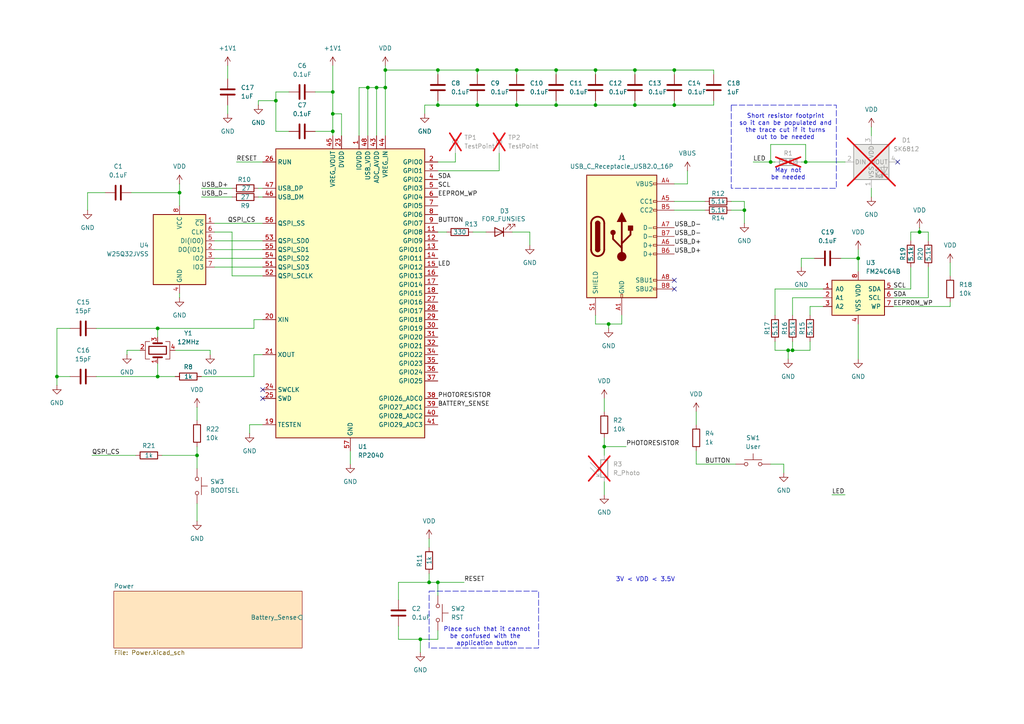
<source format=kicad_sch>
(kicad_sch (version 20231120) (generator "eeschema") (generator_version "8.0")
  (paper "A4")
  (lib_symbols
    (symbol "Connector:TestPoint" (pin_numbers hide) (pin_names (offset 0.762) hide)
      (property "Reference" "TP" (at 0 6.858 0))
      (property "Value" "TestPoint" (at 0 5.08 0))
      (symbol "TestPoint_1_1"
        (pin passive line (at 0 0 90) (length 2.54) (name "1") (number "1"))
      )
    )
    (symbol "Connector:USB_C_Receptacle_USB2.0_16P" (pin_names (offset 1.016))
      (property "Reference" "J" (at 0 22.225 0))
      (property "Value" "USB_C_Receptacle_USB2.0_16P" (at 0 19.685 0))
      (symbol "USB_C_Receptacle_USB2.0_16P_1_1"
        (pin passive line (at 0 -22.86 90) (length 5.08) (name "GND") (number "A1"))
        (pin passive line (at 0 -22.86 90) (length 5.08) hide (name "GND") (number "A12"))
        (pin passive line (at 15.24 15.24 180) (length 5.08) (name "VBUS") (number "A4"))
        (pin bidirectional line (at 15.24 10.16 180) (length 5.08) (name "CC1") (number "A5"))
        (pin bidirectional line (at 15.24 -2.54 180) (length 5.08) (name "D+") (number "A6"))
        (pin bidirectional line (at 15.24 2.54 180) (length 5.08) (name "D-") (number "A7"))
        (pin bidirectional line (at 15.24 -12.7 180) (length 5.08) (name "SBU1") (number "A8"))
        (pin passive line (at 15.24 15.24 180) (length 5.08) hide (name "VBUS") (number "A9"))
        (pin passive line (at 0 -22.86 90) (length 5.08) hide (name "GND") (number "B1"))
        (pin passive line (at 0 -22.86 90) (length 5.08) hide (name "GND") (number "B12"))
        (pin passive line (at 15.24 15.24 180) (length 5.08) hide (name "VBUS") (number "B4"))
        (pin bidirectional line (at 15.24 7.62 180) (length 5.08) (name "CC2") (number "B5"))
        (pin bidirectional line (at 15.24 -5.08 180) (length 5.08) (name "D+") (number "B6"))
        (pin bidirectional line (at 15.24 0 180) (length 5.08) (name "D-") (number "B7"))
        (pin bidirectional line (at 15.24 -15.24 180) (length 5.08) (name "SBU2") (number "B8"))
        (pin passive line (at 15.24 15.24 180) (length 5.08) hide (name "VBUS") (number "B9"))
        (pin passive line (at -7.62 -22.86 90) (length 5.08) (name "SHIELD") (number "S1"))
      )
    )
    (symbol "Device:C" (pin_numbers hide) (pin_names (offset 0.254))
      (property "Reference" "C" (at 0.635 2.54 0))
      (property "Value" "C" (at 0.635 -2.54 0))
      (symbol "C_1_1"
        (pin passive line (at 0 3.81 270) (length 2.794) (name "~") (number "1"))
        (pin passive line (at 0 -3.81 90) (length 2.794) (name "~") (number "2"))
      )
    )
    (symbol "Device:Crystal_GND24" (pin_names (offset 1.016) hide)
      (property "Reference" "Y" (at 3.175 5.08 0))
      (property "Value" "Crystal_GND24" (at 3.175 3.175 0))
      (symbol "Crystal_GND24_1_1"
        (pin passive line (at -3.81 0 0) (length 1.27) (name "1") (number "1"))
        (pin passive line (at 0 5.08 270) (length 1.27) (name "2") (number "2"))
        (pin passive line (at 3.81 0 180) (length 1.27) (name "3") (number "3"))
        (pin passive line (at 0 -5.08 90) (length 1.27) (name "4") (number "4"))
      )
    )
    (symbol "Device:LED" (pin_numbers hide) (pin_names (offset 1.016) hide)
      (property "Reference" "D" (at 0 2.54 0))
      (property "Value" "LED" (at 0 -2.54 0))
      (symbol "LED_1_1"
        (pin passive line (at -3.81 0 0) (length 2.54) (name "K") (number "1"))
        (pin passive line (at 3.81 0 180) (length 2.54) (name "A") (number "2"))
      )
    )
    (symbol "Device:R" (pin_numbers hide) (pin_names (offset 0))
      (property "Reference" "R" (at 2.032 0 90))
      (property "Value" "R" (at 0 0 90))
      (symbol "R_1_1"
        (pin passive line (at 0 3.81 270) (length 1.27) (name "~") (number "1"))
        (pin passive line (at 0 -3.81 90) (length 1.27) (name "~") (number "2"))
      )
    )
    (symbol "Device:R_Photo" (pin_numbers hide) (pin_names (offset 0))
      (property "Reference" "R" (at 1.27 1.27 0))
      (property "Value" "R_Photo" (at 1.27 0 0))
      (symbol "R_Photo_1_1"
        (pin passive line (at 0 3.81 270) (length 1.27) (name "~") (number "1"))
        (pin passive line (at 0 -3.81 90) (length 1.27) (name "~") (number "2"))
      )
    )
    (symbol "LED:SK6812" (pin_names (offset 0.254))
      (property "Reference" "D" (at 5.08 5.715 0))
      (property "Value" "SK6812" (at 1.27 -5.715 0))
      (symbol "SK6812_0_0"
        (text "RGB" (at 2.286 -4.191 0) (effects (font (size 0.762 0.762))))
      )
      (symbol "SK6812_1_1"
        (pin power_in line (at 0 -7.62 90) (length 2.54) (name "VSS") (number "1"))
        (pin input line (at -7.62 0 0) (length 2.54) (name "DIN") (number "2"))
        (pin power_in line (at 0 7.62 270) (length 2.54) (name "VDD") (number "3"))
        (pin output line (at 7.62 0 180) (length 2.54) (name "DOUT") (number "4"))
      )
    )
    (symbol "MCU_RaspberryPi:RP2040"
      (property "Reference" "U" (at 17.78 45.72 0))
      (property "Value" "RP2040" (at 17.78 43.18 0))
      (symbol "RP2040_1_1"
        (pin power_in line (at 2.54 45.72 270) (length 3.81) (name "IOVDD") (number "1"))
        (pin passive line (at 2.54 45.72 270) (length 3.81) hide (name "IOVDD") (number "10"))
        (pin bidirectional line (at 25.4 17.78 180) (length 3.81) (name "GPIO8") (number "11"))
        (pin bidirectional line (at 25.4 15.24 180) (length 3.81) (name "GPIO9") (number "12"))
        (pin bidirectional line (at 25.4 12.7 180) (length 3.81) (name "GPIO10") (number "13"))
        (pin bidirectional line (at 25.4 10.16 180) (length 3.81) (name "GPIO11") (number "14"))
        (pin bidirectional line (at 25.4 7.62 180) (length 3.81) (name "GPIO12") (number "15"))
        (pin bidirectional line (at 25.4 5.08 180) (length 3.81) (name "GPIO13") (number "16"))
        (pin bidirectional line (at 25.4 2.54 180) (length 3.81) (name "GPIO14") (number "17"))
        (pin bidirectional line (at 25.4 0 180) (length 3.81) (name "GPIO15") (number "18"))
        (pin input line (at -25.4 -38.1 0) (length 3.81) (name "TESTEN") (number "19"))
        (pin bidirectional line (at 25.4 38.1 180) (length 3.81) (name "GPIO0") (number "2"))
        (pin input line (at -25.4 -7.62 0) (length 3.81) (name "XIN") (number "20"))
        (pin passive line (at -25.4 -17.78 0) (length 3.81) (name "XOUT") (number "21"))
        (pin passive line (at 2.54 45.72 270) (length 3.81) hide (name "IOVDD") (number "22"))
        (pin power_in line (at -2.54 45.72 270) (length 3.81) (name "DVDD") (number "23"))
        (pin input line (at -25.4 -27.94 0) (length 3.81) (name "SWCLK") (number "24"))
        (pin bidirectional line (at -25.4 -30.48 0) (length 3.81) (name "SWD") (number "25"))
        (pin input line (at -25.4 38.1 0) (length 3.81) (name "RUN") (number "26"))
        (pin bidirectional line (at 25.4 -2.54 180) (length 3.81) (name "GPIO16") (number "27"))
        (pin bidirectional line (at 25.4 -5.08 180) (length 3.81) (name "GPIO17") (number "28"))
        (pin bidirectional line (at 25.4 -7.62 180) (length 3.81) (name "GPIO18") (number "29"))
        (pin bidirectional line (at 25.4 35.56 180) (length 3.81) (name "GPIO1") (number "3"))
        (pin bidirectional line (at 25.4 -10.16 180) (length 3.81) (name "GPIO19") (number "30"))
        (pin bidirectional line (at 25.4 -12.7 180) (length 3.81) (name "GPIO20") (number "31"))
        (pin bidirectional line (at 25.4 -15.24 180) (length 3.81) (name "GPIO21") (number "32"))
        (pin passive line (at 2.54 45.72 270) (length 3.81) hide (name "IOVDD") (number "33"))
        (pin bidirectional line (at 25.4 -17.78 180) (length 3.81) (name "GPIO22") (number "34"))
        (pin bidirectional line (at 25.4 -20.32 180) (length 3.81) (name "GPIO23") (number "35"))
        (pin bidirectional line (at 25.4 -22.86 180) (length 3.81) (name "GPIO24") (number "36"))
        (pin bidirectional line (at 25.4 -25.4 180) (length 3.81) (name "GPIO25") (number "37"))
        (pin bidirectional line (at 25.4 -30.48 180) (length 3.81) (name "GPIO26_ADC0") (number "38"))
        (pin bidirectional line (at 25.4 -33.02 180) (length 3.81) (name "GPIO27_ADC1") (number "39"))
        (pin bidirectional line (at 25.4 33.02 180) (length 3.81) (name "GPIO2") (number "4"))
        (pin bidirectional line (at 25.4 -35.56 180) (length 3.81) (name "GPIO28_ADC2") (number "40"))
        (pin bidirectional line (at 25.4 -38.1 180) (length 3.81) (name "GPIO29_ADC3") (number "41"))
        (pin passive line (at 2.54 45.72 270) (length 3.81) hide (name "IOVDD") (number "42"))
        (pin power_in line (at 7.62 45.72 270) (length 3.81) (name "ADC_AVDD") (number "43"))
        (pin power_in line (at 10.16 45.72 270) (length 3.81) (name "VREG_IN") (number "44"))
        (pin power_out line (at -5.08 45.72 270) (length 3.81) (name "VREG_VOUT") (number "45"))
        (pin bidirectional line (at -25.4 27.94 0) (length 3.81) (name "USB_DM") (number "46"))
        (pin bidirectional line (at -25.4 30.48 0) (length 3.81) (name "USB_DP") (number "47"))
        (pin power_in line (at 5.08 45.72 270) (length 3.81) (name "USB_VDD") (number "48"))
        (pin passive line (at 2.54 45.72 270) (length 3.81) hide (name "IOVDD") (number "49"))
        (pin bidirectional line (at 25.4 30.48 180) (length 3.81) (name "GPIO3") (number "5"))
        (pin passive line (at -2.54 45.72 270) (length 3.81) hide (name "DVDD") (number "50"))
        (pin bidirectional line (at -25.4 7.62 0) (length 3.81) (name "QSPI_SD3") (number "51"))
        (pin output line (at -25.4 5.08 0) (length 3.81) (name "QSPI_SCLK") (number "52"))
        (pin bidirectional line (at -25.4 15.24 0) (length 3.81) (name "QSPI_SD0") (number "53"))
        (pin bidirectional line (at -25.4 10.16 0) (length 3.81) (name "QSPI_SD2") (number "54"))
        (pin bidirectional line (at -25.4 12.7 0) (length 3.81) (name "QSPI_SD1") (number "55"))
        (pin bidirectional line (at -25.4 20.32 0) (length 3.81) (name "QSPI_SS") (number "56"))
        (pin power_in line (at 0 -45.72 90) (length 3.81) (name "GND") (number "57"))
        (pin bidirectional line (at 25.4 27.94 180) (length 3.81) (name "GPIO4") (number "6"))
        (pin bidirectional line (at 25.4 25.4 180) (length 3.81) (name "GPIO5") (number "7"))
        (pin bidirectional line (at 25.4 22.86 180) (length 3.81) (name "GPIO6") (number "8"))
        (pin bidirectional line (at 25.4 20.32 180) (length 3.81) (name "GPIO7") (number "9"))
      )
    )
    (symbol "Memory_Flash:W25Q32JVSS"
      (property "Reference" "U" (at -6.35 11.43 0))
      (property "Value" "W25Q32JVSS" (at 7.62 11.43 0))
      (symbol "W25Q32JVSS_1_1"
        (pin input line (at -10.16 7.62 0) (length 2.54) (name "~{CS}") (number "1"))
        (pin bidirectional line (at -10.16 0 0) (length 2.54) (name "DO(IO1)") (number "2"))
        (pin bidirectional line (at -10.16 -2.54 0) (length 2.54) (name "IO2") (number "3"))
        (pin power_in line (at 0 -12.7 90) (length 2.54) (name "GND") (number "4"))
        (pin bidirectional line (at -10.16 2.54 0) (length 2.54) (name "DI(IO0)") (number "5"))
        (pin input line (at -10.16 5.08 0) (length 2.54) (name "CLK") (number "6"))
        (pin bidirectional line (at -10.16 -5.08 0) (length 2.54) (name "IO3") (number "7"))
        (pin power_in line (at 0 12.7 270) (length 2.54) (name "VCC") (number "8"))
      )
    )
    (symbol "Memory_NVRAM:FM24C64B" (pin_names (offset 1.016))
      (property "Reference" "U" (at -5.08 8.89 0))
      (property "Value" "FM24C64B" (at 6.35 -8.89 0))
      (symbol "FM24C64B_1_1"
        (pin input line (at -10.16 2.54 0) (length 2.54) (name "A0") (number "1"))
        (pin input line (at -10.16 0 0) (length 2.54) (name "A1") (number "2"))
        (pin input line (at -10.16 -2.54 0) (length 2.54) (name "A2") (number "3"))
        (pin power_in line (at 0 -7.62 90) (length 2.54) (name "VSS") (number "4"))
        (pin bidirectional line (at 10.16 2.54 180) (length 2.54) (name "SDA") (number "5"))
        (pin input line (at 10.16 0 180) (length 2.54) (name "SCL") (number "6"))
        (pin input line (at 10.16 -2.54 180) (length 2.54) (name "WP") (number "7"))
        (pin power_in line (at 0 7.62 270) (length 2.54) (name "VDD") (number "8"))
      )
    )
    (symbol "Switch:SW_Push" (pin_numbers hide) (pin_names (offset 1.016) hide)
      (property "Reference" "SW" (at 1.27 2.54 0))
      (property "Value" "SW_Push" (at 0 -1.524 0))
      (symbol "SW_Push_0_1"
        (pin passive line (at -5.08 0 0) (length 2.54) (name "1") (number "1"))
        (pin passive line (at 5.08 0 180) (length 2.54) (name "2") (number "2"))
      )
    )
    (symbol "power:+1V1" (power) (pin_numbers hide) (pin_names (offset 0) hide)
      (property "Value" "+1V1" (at 0 3.556 0))
      (symbol "+1V1_1_1"
        (pin power_in line (at 0 0 90) (length 0) (name "~") (number "1"))
      )
    )
    (symbol "power:GND" (power) (pin_numbers hide) (pin_names (offset 0) hide)
      (property "Value" "GND" (at 0 -3.81 0))
      (symbol "GND_1_1"
        (pin power_in line (at 0 0 270) (length 0) (name "~") (number "1"))
      )
    )
    (symbol "power:VBUS" (power) (pin_numbers hide) (pin_names (offset 0) hide)
      (property "Value" "VBUS" (at 0 3.556 0))
      (symbol "VBUS_1_1"
        (pin power_in line (at 0 0 90) (length 0) (name "~") (number "1"))
      )
    )
    (symbol "power:VDD" (power) (pin_numbers hide) (pin_names (offset 0) hide)
      (property "Value" "VDD" (at 0 3.556 0))
      (symbol "VDD_1_1"
        (pin power_in line (at 0 0 90) (length 0) (name "~") (number "1"))
      )
    )
  )
  (junction (at 161.29 20.32))
  (junction (at 184.15 20.32))
  (junction (at 127 20.32))
  (junction (at 195.58 20.32))
  (junction (at 266.7 67.31))
  (junction (at 233.68 46.99))
  (junction (at 149.86 30.48))
  (junction (at 248.92 74.93))
  (junction (at 228.6 101.6))
  (junction (at 176.53 93.98))
  (junction (at 172.72 30.48))
  (junction (at 106.68 25.4))
  (junction (at 172.72 20.32))
  (junction (at 111.76 25.4))
  (junction (at 195.58 30.48))
  (junction (at 149.86 20.32))
  (junction (at 124.46 168.91))
  (junction (at 223.52 46.99))
  (junction (at 127 168.91))
  (junction (at 96.52 38.1))
  (junction (at 45.72 95.25))
  (junction (at 138.43 30.48))
  (junction (at 52.07 55.88))
  (junction (at 161.29 30.48))
  (junction (at 215.9 60.96))
  (junction (at 96.52 26.67))
  (junction (at 80.01 29.21))
  (junction (at 109.22 25.4))
  (junction (at 121.92 185.42))
  (junction (at 175.26 129.54))
  (junction (at 96.52 33.02))
  (junction (at 127 30.48))
  (junction (at 138.43 20.32))
  (junction (at 45.72 109.22))
  (junction (at 184.15 30.48))
  (junction (at 111.76 20.32))
  (junction (at 57.15 132.08))
  (junction (at 229.87 101.6))
  (junction (at 16.51 109.22))
  (no_connect (at 195.58 83.82))
  (no_connect (at 195.58 81.28))
  (no_connect (at 76.2 113.03))
  (no_connect (at 76.2 115.57))
  (no_connect (at 260.35 46.99))
  (wire (pts (xy 223.52 41.91) (xy 233.68 41.91)))
  (wire (pts (xy 223.52 134.62) (xy 227.33 134.62)))
  (wire (pts (xy 115.57 185.42) (xy 121.92 185.42)))
  (wire (pts (xy 138.43 20.32) (xy 138.43 21.59)))
  (wire (pts (xy 175.26 129.54) (xy 175.26 132.08)))
  (wire (pts (xy 195.58 60.96) (xy 204.47 60.96)))
  (wire (pts (xy 74.93 30.48) (xy 74.93 29.21)))
  (wire (pts (xy 127 29.21) (xy 127 30.48)))
  (wire (pts (xy 62.23 67.31) (xy 67.31 67.31)))
  (wire (pts (xy 215.9 60.96) (xy 215.9 64.77)))
  (wire (pts (xy 96.52 26.67) (xy 96.52 33.02)))
  (wire (pts (xy 74.93 57.15) (xy 76.2 57.15)))
  (wire (pts (xy 106.68 25.4) (xy 106.68 39.37)))
  (wire (pts (xy 199.39 53.34) (xy 195.58 53.34)))
  (wire (pts (xy 275.59 88.9) (xy 275.59 87.63)))
  (wire (pts (xy 252.73 36.83) (xy 252.73 39.37)))
  (wire (pts (xy 248.92 74.93) (xy 248.92 78.74)))
  (wire (pts (xy 127 49.53) (xy 144.78 49.53)))
  (wire (pts (xy 72.39 123.19) (xy 76.2 123.19)))
  (wire (pts (xy 132.08 46.99) (xy 127 46.99)))
  (wire (pts (xy 233.68 46.99) (xy 245.11 46.99)))
  (wire (pts (xy 27.94 109.22) (xy 45.72 109.22)))
  (wire (pts (xy 91.44 26.67) (xy 96.52 26.67)))
  (wire (pts (xy 96.52 19.05) (xy 96.52 26.67)))
  (wire (pts (xy 228.6 101.6) (xy 228.6 104.14)))
  (wire (pts (xy 58.42 54.61) (xy 67.31 54.61)))
  (wire (pts (xy 149.86 29.21) (xy 149.86 30.48)))
  (wire (pts (xy 161.29 29.21) (xy 161.29 30.48)))
  (wire (pts (xy 127 182.88) (xy 127 185.42)))
  (wire (pts (xy 144.78 49.53) (xy 144.78 44.45)))
  (wire (pts (xy 45.72 105.41) (xy 45.72 109.22)))
  (wire (pts (xy 195.58 29.21) (xy 195.58 30.48)))
  (wire (pts (xy 269.24 86.36) (xy 269.24 77.47)))
  (wire (pts (xy 62.23 72.39) (xy 76.2 72.39)))
  (wire (pts (xy 229.87 99.06) (xy 229.87 101.6)))
  (wire (pts (xy 99.06 39.37) (xy 99.06 33.02)))
  (wire (pts (xy 62.23 77.47) (xy 76.2 77.47)))
  (wire (pts (xy 212.09 60.96) (xy 215.9 60.96)))
  (wire (pts (xy 45.72 97.79) (xy 45.72 95.25)))
  (wire (pts (xy 27.94 95.25) (xy 45.72 95.25)))
  (wire (pts (xy 57.15 118.11) (xy 57.15 121.92)))
  (wire (pts (xy 16.51 95.25) (xy 20.32 95.25)))
  (wire (pts (xy 96.52 33.02) (xy 96.52 38.1)))
  (wire (pts (xy 195.58 58.42) (xy 204.47 58.42)))
  (wire (pts (xy 269.24 69.85) (xy 269.24 67.31)))
  (wire (pts (xy 73.66 102.87) (xy 76.2 102.87)))
  (wire (pts (xy 201.93 134.62) (xy 213.36 134.62)))
  (wire (pts (xy 223.52 46.99) (xy 224.79 46.99)))
  (wire (pts (xy 124.46 168.91) (xy 127 168.91)))
  (wire (pts (xy 212.09 58.42) (xy 215.9 58.42)))
  (wire (pts (xy 172.72 29.21) (xy 172.72 30.48)))
  (wire (pts (xy 58.42 57.15) (xy 67.31 57.15)))
  (wire (pts (xy 138.43 29.21) (xy 138.43 30.48)))
  (wire (pts (xy 68.58 46.99) (xy 76.2 46.99)))
  (wire (pts (xy 16.51 109.22) (xy 16.51 95.25)))
  (wire (pts (xy 175.26 115.57) (xy 175.26 119.38)))
  (wire (pts (xy 223.52 46.99) (xy 223.52 41.91)))
  (wire (pts (xy 111.76 25.4) (xy 111.76 39.37)))
  (wire (pts (xy 172.72 91.44) (xy 172.72 93.98)))
  (wire (pts (xy 180.34 91.44) (xy 180.34 93.98)))
  (wire (pts (xy 269.24 67.31) (xy 266.7 67.31)))
  (wire (pts (xy 62.23 69.85) (xy 76.2 69.85)))
  (wire (pts (xy 195.58 20.32) (xy 207.01 20.32)))
  (wire (pts (xy 229.87 86.36) (xy 238.76 86.36)))
  (wire (pts (xy 104.14 39.37) (xy 104.14 25.4)))
  (wire (pts (xy 259.08 88.9) (xy 275.59 88.9)))
  (wire (pts (xy 195.58 20.32) (xy 195.58 21.59)))
  (wire (pts (xy 38.1 55.88) (xy 52.07 55.88)))
  (wire (pts (xy 184.15 29.21) (xy 184.15 30.48)))
  (wire (pts (xy 234.95 88.9) (xy 238.76 88.9)))
  (wire (pts (xy 232.41 46.99) (xy 233.68 46.99)))
  (wire (pts (xy 248.92 93.98) (xy 248.92 104.14)))
  (wire (pts (xy 45.72 95.25) (xy 73.66 95.25)))
  (wire (pts (xy 266.7 67.31) (xy 266.7 66.04)))
  (wire (pts (xy 264.16 67.31) (xy 266.7 67.31)))
  (wire (pts (xy 252.73 54.61) (xy 252.73 57.15)))
  (wire (pts (xy 264.16 69.85) (xy 264.16 67.31)))
  (wire (pts (xy 264.16 83.82) (xy 264.16 77.47)))
  (wire (pts (xy 115.57 181.61) (xy 115.57 185.42)))
  (wire (pts (xy 207.01 30.48) (xy 195.58 30.48)))
  (wire (pts (xy 127 168.91) (xy 127 172.72)))
  (wire (pts (xy 106.68 25.4) (xy 109.22 25.4)))
  (wire (pts (xy 57.15 132.08) (xy 57.15 129.54)))
  (wire (pts (xy 73.66 109.22) (xy 73.66 102.87)))
  (wire (pts (xy 52.07 85.09) (xy 52.07 86.36)))
  (wire (pts (xy 229.87 91.44) (xy 229.87 86.36)))
  (wire (pts (xy 58.42 109.22) (xy 73.66 109.22)))
  (wire (pts (xy 111.76 20.32) (xy 127 20.32)))
  (wire (pts (xy 232.41 77.47) (xy 232.41 74.93)))
  (wire (pts (xy 195.58 30.48) (xy 184.15 30.48)))
  (wire (pts (xy 138.43 20.32) (xy 149.86 20.32)))
  (wire (pts (xy 73.66 95.25) (xy 73.66 92.71)))
  (wire (pts (xy 74.93 29.21) (xy 80.01 29.21)))
  (wire (pts (xy 176.53 93.98) (xy 176.53 95.25)))
  (wire (pts (xy 123.19 30.48) (xy 123.19 33.02)))
  (wire (pts (xy 67.31 80.01) (xy 76.2 80.01)))
  (wire (pts (xy 234.95 101.6) (xy 234.95 99.06)))
  (wire (pts (xy 109.22 25.4) (xy 109.22 39.37)))
  (wire (pts (xy 124.46 156.21) (xy 124.46 158.75)))
  (wire (pts (xy 127 20.32) (xy 127 21.59)))
  (wire (pts (xy 104.14 25.4) (xy 106.68 25.4)))
  (wire (pts (xy 227.33 134.62) (xy 227.33 137.16)))
  (wire (pts (xy 224.79 83.82) (xy 238.76 83.82)))
  (wire (pts (xy 229.87 101.6) (xy 234.95 101.6)))
  (wire (pts (xy 275.59 76.2) (xy 275.59 80.01)))
  (wire (pts (xy 109.22 25.4) (xy 111.76 25.4)))
  (wire (pts (xy 233.68 41.91) (xy 233.68 46.99)))
  (wire (pts (xy 25.4 55.88) (xy 30.48 55.88)))
  (wire (pts (xy 36.83 101.6) (xy 40.64 101.6)))
  (wire (pts (xy 83.82 38.1) (xy 80.01 38.1)))
  (wire (pts (xy 243.84 74.93) (xy 248.92 74.93)))
  (wire (pts (xy 172.72 30.48) (xy 161.29 30.48)))
  (wire (pts (xy 137.16 67.31) (xy 140.97 67.31)))
  (wire (pts (xy 175.26 139.7) (xy 175.26 143.51)))
  (wire (pts (xy 184.15 20.32) (xy 184.15 21.59)))
  (wire (pts (xy 153.67 67.31) (xy 153.67 71.12)))
  (wire (pts (xy 232.41 74.93) (xy 236.22 74.93)))
  (wire (pts (xy 207.01 20.32) (xy 207.01 21.59)))
  (wire (pts (xy 111.76 20.32) (xy 111.76 25.4)))
  (wire (pts (xy 52.07 53.34) (xy 52.07 55.88)))
  (wire (pts (xy 184.15 30.48) (xy 172.72 30.48)))
  (wire (pts (xy 124.46 166.37) (xy 124.46 168.91)))
  (wire (pts (xy 26.67 132.08) (xy 39.37 132.08)))
  (wire (pts (xy 62.23 74.93) (xy 76.2 74.93)))
  (wire (pts (xy 172.72 93.98) (xy 176.53 93.98)))
  (wire (pts (xy 184.15 20.32) (xy 195.58 20.32)))
  (wire (pts (xy 127 67.31) (xy 129.54 67.31)))
  (wire (pts (xy 248.92 72.39) (xy 248.92 74.93)))
  (wire (pts (xy 115.57 173.99) (xy 115.57 168.91)))
  (wire (pts (xy 149.86 20.32) (xy 149.86 21.59)))
  (wire (pts (xy 101.6 130.81) (xy 101.6 134.62)))
  (wire (pts (xy 149.86 20.32) (xy 161.29 20.32)))
  (wire (pts (xy 45.72 109.22) (xy 50.8 109.22)))
  (wire (pts (xy 127 185.42) (xy 121.92 185.42)))
  (wire (pts (xy 57.15 146.05) (xy 57.15 151.13)))
  (wire (pts (xy 234.95 91.44) (xy 234.95 88.9)))
  (wire (pts (xy 25.4 60.96) (xy 25.4 55.88)))
  (wire (pts (xy 73.66 92.71) (xy 76.2 92.71)))
  (wire (pts (xy 67.31 67.31) (xy 67.31 80.01)))
  (wire (pts (xy 16.51 109.22) (xy 20.32 109.22)))
  (wire (pts (xy 218.44 46.99) (xy 223.52 46.99)))
  (wire (pts (xy 172.72 20.32) (xy 184.15 20.32)))
  (wire (pts (xy 16.51 111.76) (xy 16.51 109.22)))
  (wire (pts (xy 138.43 30.48) (xy 127 30.48)))
  (wire (pts (xy 161.29 30.48) (xy 149.86 30.48)))
  (wire (pts (xy 259.08 83.82) (xy 264.16 83.82)))
  (wire (pts (xy 91.44 38.1) (xy 96.52 38.1)))
  (wire (pts (xy 224.79 91.44) (xy 224.79 83.82)))
  (wire (pts (xy 127 20.32) (xy 138.43 20.32)))
  (wire (pts (xy 57.15 132.08) (xy 57.15 135.89)))
  (wire (pts (xy 224.79 99.06) (xy 224.79 101.6)))
  (wire (pts (xy 111.76 19.05) (xy 111.76 20.32)))
  (wire (pts (xy 60.96 101.6) (xy 60.96 102.87)))
  (wire (pts (xy 99.06 33.02) (xy 96.52 33.02)))
  (wire (pts (xy 50.8 101.6) (xy 60.96 101.6)))
  (wire (pts (xy 175.26 129.54) (xy 181.61 129.54)))
  (wire (pts (xy 201.93 130.81) (xy 201.93 134.62)))
  (wire (pts (xy 172.72 20.32) (xy 172.72 21.59)))
  (wire (pts (xy 66.04 30.48) (xy 66.04 33.02)))
  (wire (pts (xy 36.83 102.87) (xy 36.83 101.6)))
  (wire (pts (xy 224.79 101.6) (xy 228.6 101.6)))
  (wire (pts (xy 215.9 58.42) (xy 215.9 60.96)))
  (wire (pts (xy 74.93 54.61) (xy 76.2 54.61)))
  (wire (pts (xy 52.07 55.88) (xy 52.07 59.69)))
  (wire (pts (xy 62.23 64.77) (xy 76.2 64.77)))
  (wire (pts (xy 72.39 125.73) (xy 72.39 123.19)))
  (wire (pts (xy 175.26 127) (xy 175.26 129.54)))
  (wire (pts (xy 80.01 29.21) (xy 80.01 26.67)))
  (wire (pts (xy 201.93 119.38) (xy 201.93 123.19)))
  (wire (pts (xy 161.29 20.32) (xy 172.72 20.32)))
  (wire (pts (xy 161.29 20.32) (xy 161.29 21.59)))
  (wire (pts (xy 132.08 44.45) (xy 132.08 46.99)))
  (wire (pts (xy 149.86 30.48) (xy 138.43 30.48)))
  (wire (pts (xy 259.08 86.36) (xy 269.24 86.36)))
  (wire (pts (xy 66.04 19.05) (xy 66.04 22.86)))
  (wire (pts (xy 121.92 185.42) (xy 121.92 189.23)))
  (wire (pts (xy 228.6 101.6) (xy 229.87 101.6)))
  (wire (pts (xy 199.39 49.53) (xy 199.39 53.34)))
  (wire (pts (xy 46.99 132.08) (xy 57.15 132.08)))
  (wire (pts (xy 96.52 38.1) (xy 96.52 39.37)))
  (wire (pts (xy 127 30.48) (xy 123.19 30.48)))
  (wire (pts (xy 207.01 29.21) (xy 207.01 30.48)))
  (wire (pts (xy 176.53 93.98) (xy 180.34 93.98)))
  (wire (pts (xy 127 168.91) (xy 134.62 168.91)))
  (wire (pts (xy 80.01 38.1) (xy 80.01 29.21)))
  (wire (pts (xy 80.01 26.67) (xy 83.82 26.67)))
  (wire (pts (xy 241.3 143.51) (xy 245.11 143.51)))
  (wire (pts (xy 148.59 67.31) (xy 153.67 67.31)))
  (wire (pts (xy 115.57 168.91) (xy 124.46 168.91)))
  (rectangle (start 124.46 171.45) (end 156.21 187.96) (stroke (width 0) (type dash)))
  (rectangle (start 212.09 30.48) (end 242.57 54.61) (stroke (width 0) (type dash)))
  (text "May not\nbe needed" (at 228.6 50.546 0) (effects (font (size 1.27 1.27))))
  (text "Place such that it cannot\nbe confused with the \napplication button" (at 141.224 184.658 0) (effects (font (size 1.27 1.27))))
  (text "Short resistor footprint\nso it can be populated and\nthe trace cut if it turns\nout to be needed" (at 227.838 36.83 0) (effects (font (size 1.27 1.27))))
  (text "3V < VDD < 3.5V" (at 187.198 168.148 0) (effects (font (size 1.27 1.27))))
  (label "PHOTORESISTOR" (at 127 115.57 0))
  (label "EEPROM_WP" (at 127 57.15 0))
  (label "SCL" (at 127 54.61 0))
  (label "SCL" (at 259.08 83.82 0))
  (label "USB_D+" (at 195.58 71.12 0))
  (label "RESET" (at 134.62 168.91 0))
  (label "RESET" (at 68.58 46.99 0))
  (label "USB_D+" (at 58.42 54.61 0))
  (label "PHOTORESISTOR" (at 181.61 129.54 0))
  (label "BUTTON" (at 127 64.77 0))
  (label "QSPI_CS" (at 26.67 132.08 0))
  (label "USB_D-" (at 195.58 68.58 0))
  (label "BATTERY_SENSE" (at 127 118.11 0))
  (label "SDA" (at 259.08 86.36 0))
  (label "LED" (at 218.44 46.99 0))
  (label "QSPI_CS" (at 66.04 64.77 0))
  (label "LED" (at 241.3 143.51 0))
  (label "LED" (at 127 77.47 0))
  (label "USB_D-" (at 195.58 66.04 0))
  (label "BUTTON" (at 204.47 134.62 0))
  (label "USB_D+" (at 195.58 73.66 0))
  (label "USB_D-" (at 58.42 57.15 0))
  (label "SDA" (at 127 52.07 0))
  (label "EEPROM_WP" (at 259.08 88.9 0))
  (symbol (lib_id "Memory_NVRAM:FM24C64B") (at 248.92 86.36 0) (unit 1)
    (property "Reference" "U3" (at 251.1141 76.2 0) (effects (justify left)))
    (property "Value" "FM24C64B" (at 251.1141 78.74 0) (effects (justify left)))
    (property "Footprint" "Package_SO:SOIC-8_3.9x4.9mm_P1.27mm" (effects (hide yes)))
    (property "Datasheet" "http://www.cypress.com/file/41651/download" (effects (hide yes)))
    (property "Description" "64Kb serial FRAM nonvolatile Memory, SOIC-8" (effects (hide yes)))
  )
  (symbol (lib_id "Device:C") (at 24.13 95.25 90) (unit 1)
    (property "Reference" "C15" (at 24.13 87.63 90))
    (property "Value" "15pF" (at 24.13 90.17 90))
    (property "Footprint" "Capacitor_SMD:C_0402_1005Metric" (effects (hide yes)))
    (property "Description" "Unpolarized capacitor" (effects (hide yes)))
    (property "LCSC Part #" "C1548" (effects (hide yes)))
  )
  (symbol (lib_id "Device:R") (at 264.16 73.66 180) (unit 1)
    (property "Reference" "R19" (at 261.874 73.66 90))
    (property "Value" "5.1k" (at 264.16 73.66 90))
    (property "Footprint" "Resistor_SMD:R_0402_1005Metric" (effects (hide yes)))
    (property "Description" "Resistor" (effects (hide yes)))
    (property "LCSC Part #" "C25905" (effects (hide yes)))
  )
  (symbol (lib_id "power:GND") (at 176.53 95.25 0) (unit 1)
    (property "Reference" "#PWR29" (effects (hide yes)))
    (property "Value" "GND" (at 176.53 100.33 0))
    (property "Description" "Power symbol creates a global label with name \"GND\" , ground" (effects (hide yes)))
  )
  (symbol (lib_id "Device:R") (at 175.26 123.19 0) (unit 1)
    (property "Reference" "R2" (at 177.8 121.9199 0) (effects (justify left)))
    (property "Value" "10k" (at 177.8 124.4599 0) (effects (justify left)))
    (property "Footprint" "Resistor_SMD:R_0402_1005Metric" (effects (hide yes)))
    (property "Description" "Resistor" (effects (hide yes)))
    (property "LCSC Part #" " C25744" (effects (hide yes)))
  )
  (symbol (lib_id "Device:C") (at 87.63 26.67 90) (unit 1)
    (property "Reference" "C6" (at 87.63 19.05 90))
    (property "Value" "0.1uF" (at 87.63 21.59 90))
    (property "Footprint" "Capacitor_SMD:C_0402_1005Metric" (effects (hide yes)))
    (property "Description" "Unpolarized capacitor" (effects (hide yes)))
    (property "LCSC Part #" " C1525" (effects (hide yes)))
  )
  (symbol (lib_id "Switch:SW_Push") (at 127 177.8 270) (unit 1)
    (property "Reference" "SW2" (at 130.81 176.5299 90) (effects (justify left)))
    (property "Value" "RST" (at 130.81 179.0699 90) (effects (justify left)))
    (property "Footprint" "cat:TS-1088-AR02016" (effects (hide yes)))
    (property "Description" "Push button switch, generic, two pins" (effects (hide yes)))
    (property "LCSC Part #" "C720477 " (effects (hide yes)))
  )
  (symbol (lib_id "LED:SK6812") (at 252.73 46.99 0) (unit 1) (dnp yes)
    (property "Reference" "D1" (at 262.89 40.6714 0))
    (property "Value" "SK6812" (at 262.89 43.2114 0))
    (property "Footprint" "LED_SMD:LED_SK6812_PLCC4_5.0x5.0mm_P3.2mm" (effects (hide yes)))
    (property "Datasheet" "https://cdn-shop.adafruit.com/product-files/1138/SK6812+LED+datasheet+.pdf" (effects (hide yes)))
    (property "Description" "RGB LED with integrated controller" (effects (hide yes)))
    (property "Cost" ".5" (effects (hide yes)))
  )
  (symbol (lib_id "power:GND") (at 215.9 64.77 0) (unit 1)
    (property "Reference" "#PWR28" (effects (hide yes)))
    (property "Value" "GND" (at 215.9 69.85 0))
    (property "Description" "Power symbol creates a global label with name \"GND\" , ground" (effects (hide yes)))
  )
  (symbol (lib_id "Device:C") (at 184.15 25.4 180) (unit 1)
    (property "Reference" "C13" (at 187.96 24.1299 0) (effects (justify right)))
    (property "Value" "0.1uF" (at 187.96 26.6699 0) (effects (justify right)))
    (property "Footprint" "Capacitor_SMD:C_0402_1005Metric" (effects (hide yes)))
    (property "Description" "Unpolarized capacitor" (effects (hide yes)))
    (property "LCSC Part #" " C1525" (effects (hide yes)))
  )
  (symbol (lib_id "power:VDD") (at 52.07 53.34 0) (unit 1)
    (property "Reference" "#PWR3" (effects (hide yes)))
    (property "Value" "VDD" (at 52.07 48.26 0))
    (property "Description" "Power symbol creates a global label with name \"VDD\"" (effects (hide yes)))
  )
  (symbol (lib_id "Device:C") (at 149.86 25.4 180) (unit 1)
    (property "Reference" "C10" (at 153.67 24.1299 0) (effects (justify right)))
    (property "Value" "0.1uF" (at 153.67 26.6699 0) (effects (justify right)))
    (property "Footprint" "Capacitor_SMD:C_0402_1005Metric" (effects (hide yes)))
    (property "Description" "Unpolarized capacitor" (effects (hide yes)))
    (property "LCSC Part #" " C1525" (effects (hide yes)))
  )
  (symbol (lib_id "Device:R") (at 43.18 132.08 90) (unit 1)
    (property "Reference" "R21" (at 43.18 129.286 90))
    (property "Value" "1k" (at 43.18 132.08 90))
    (property "Footprint" "Resistor_SMD:R_0402_1005Metric" (effects (hide yes)))
    (property "Description" "Resistor" (effects (hide yes)))
    (property "LCSC Part #" "C11702" (effects (hide yes)))
  )
  (symbol (lib_id "power:GND") (at 72.39 125.73 0) (unit 1)
    (property "Reference" "#PWR41" (effects (hide yes)))
    (property "Value" "GND" (at 72.39 130.81 0))
    (property "Description" "Power symbol creates a global label with name \"GND\" , ground" (effects (hide yes)))
  )
  (symbol (lib_id "Device:R") (at 269.24 73.66 180) (unit 1)
    (property "Reference" "R20" (at 266.954 73.66 90))
    (property "Value" "5.1k" (at 269.24 73.66 90))
    (property "Footprint" "Resistor_SMD:R_0402_1005Metric" (effects (hide yes)))
    (property "Description" "Resistor" (effects (hide yes)))
    (property "LCSC Part #" "C25905" (effects (hide yes)))
  )
  (symbol (lib_id "power:GND") (at 175.26 143.51 0) (unit 1)
    (property "Reference" "#PWR6" (effects (hide yes)))
    (property "Value" "GND" (at 175.26 148.59 0))
    (property "Description" "Power symbol creates a global label with name \"GND\" , ground" (effects (hide yes)))
  )
  (symbol (lib_id "power:GND") (at 228.6 104.14 0) (unit 1)
    (property "Reference" "#PWR33" (effects (hide yes)))
    (property "Value" "GND" (at 228.6 109.22 0))
    (property "Description" "Power symbol creates a global label with name \"GND\" , ground" (effects (hide yes)))
  )
  (symbol (lib_id "power:GND") (at 36.83 102.87 0) (unit 1)
    (property "Reference" "#PWR23" (effects (hide yes)))
    (property "Value" "GND" (at 36.83 107.95 0))
    (property "Description" "Power symbol creates a global label with name \"GND\" , ground" (effects (hide yes)))
  )
  (symbol (lib_id "power:GND") (at 248.92 104.14 0) (unit 1)
    (property "Reference" "#PWR34" (effects (hide yes)))
    (property "Value" "GND" (at 248.92 109.22 0))
    (property "Description" "Power symbol creates a global label with name \"GND\" , ground" (effects (hide yes)))
  )
  (symbol (lib_id "power:VDD") (at 252.73 36.83 0) (unit 1)
    (property "Reference" "#PWR5" (effects (hide yes)))
    (property "Value" "VDD" (at 252.73 31.75 0))
    (property "Description" "Power symbol creates a global label with name \"VDD\"" (effects (hide yes)))
  )
  (symbol (lib_id "Device:C") (at 172.72 25.4 180) (unit 1)
    (property "Reference" "C12" (at 176.53 24.1299 0) (effects (justify right)))
    (property "Value" "0.1uF" (at 176.53 26.6699 0) (effects (justify right)))
    (property "Footprint" "Capacitor_SMD:C_0402_1005Metric" (effects (hide yes)))
    (property "Description" "Unpolarized capacitor" (effects (hide yes)))
    (property "LCSC Part #" " C1525" (effects (hide yes)))
  )
  (symbol (lib_id "Device:R") (at 57.15 125.73 0) (unit 1)
    (property "Reference" "R22" (at 59.69 124.4599 0) (effects (justify left)))
    (property "Value" "10k" (at 59.69 126.9999 0) (effects (justify left)))
    (property "Footprint" "Resistor_SMD:R_0402_1005Metric" (effects (hide yes)))
    (property "Description" "Resistor" (effects (hide yes)))
    (property "LCSC Part #" " C25744" (effects (hide yes)))
  )
  (symbol (lib_id "Device:C") (at 115.57 177.8 0) (unit 1)
    (property "Reference" "C2" (at 119.38 176.5299 0) (effects (justify left)))
    (property "Value" "0.1uF" (at 119.38 179.0699 0) (effects (justify left)))
    (property "Footprint" "Capacitor_SMD:C_0402_1005Metric" (effects (hide yes)))
    (property "Description" "Unpolarized capacitor" (effects (hide yes)))
    (property "LCSC Part #" " C1525" (effects (hide yes)))
  )
  (symbol (lib_id "power:VDD") (at 111.76 19.05 0) (unit 1)
    (property "Reference" "#PWR21" (effects (hide yes)))
    (property "Value" "VDD" (at 111.76 13.97 0))
    (property "Description" "Power symbol creates a global label with name \"VDD\"" (effects (hide yes)))
  )
  (symbol (lib_id "power:GND") (at 101.6 134.62 0) (unit 1)
    (property "Reference" "#PWR42" (effects (hide yes)))
    (property "Value" "GND" (at 101.6 139.7 0))
    (property "Description" "Power symbol creates a global label with name \"GND\" , ground" (effects (hide yes)))
  )
  (symbol (lib_id "Device:C") (at 138.43 25.4 180) (unit 1)
    (property "Reference" "C9" (at 142.24 24.1299 0) (effects (justify right)))
    (property "Value" "0.1uF" (at 142.24 26.6699 0) (effects (justify right)))
    (property "Footprint" "Capacitor_SMD:C_0402_1005Metric" (effects (hide yes)))
    (property "Description" "Unpolarized capacitor" (effects (hide yes)))
    (property "LCSC Part #" " C1525" (effects (hide yes)))
  )
  (symbol (lib_id "Device:C") (at 127 25.4 180) (unit 1)
    (property "Reference" "C8" (at 130.81 24.1299 0) (effects (justify right)))
    (property "Value" "0.1uF" (at 130.81 26.6699 0) (effects (justify right)))
    (property "Footprint" "Capacitor_SMD:C_0402_1005Metric" (effects (hide yes)))
    (property "Description" "Unpolarized capacitor" (effects (hide yes)))
    (property "LCSC Part #" " C1525" (effects (hide yes)))
  )
  (symbol (lib_id "power:GND") (at 16.51 111.76 0) (unit 1)
    (property "Reference" "#PWR25" (effects (hide yes)))
    (property "Value" "GND" (at 16.51 116.84 0))
    (property "Description" "Power symbol creates a global label with name \"GND\" , ground" (effects (hide yes)))
  )
  (symbol (lib_id "Device:C") (at 87.63 38.1 90) (unit 1)
    (property "Reference" "C7" (at 87.63 30.48 90))
    (property "Value" "0.1uF" (at 87.63 33.02 90))
    (property "Footprint" "Capacitor_SMD:C_0402_1005Metric" (effects (hide yes)))
    (property "Description" "Unpolarized capacitor" (effects (hide yes)))
    (property "LCSC Part #" " C1525" (effects (hide yes)))
  )
  (symbol (lib_id "Device:R") (at 54.61 109.22 90) (unit 1)
    (property "Reference" "R8" (at 54.61 106.426 90))
    (property "Value" "1k" (at 54.61 109.22 90))
    (property "Footprint" "Resistor_SMD:R_0402_1005Metric" (effects (hide yes)))
    (property "Description" "Resistor" (effects (hide yes)))
    (property "LCSC Part #" "C11702" (effects (hide yes)))
  )
  (symbol (lib_id "power:GND") (at 227.33 137.16 0) (unit 1)
    (property "Reference" "#PWR9" (effects (hide yes)))
    (property "Value" "GND" (at 227.33 142.24 0))
    (property "Description" "Power symbol creates a global label with name \"GND\" , ground" (effects (hide yes)))
  )
  (symbol (lib_id "Device:R_Photo") (at 175.26 135.89 0) (unit 1) (dnp yes)
    (property "Reference" "R3" (at 177.8 134.6199 0) (effects (justify left)))
    (property "Value" "R_Photo" (at 177.8 137.1599 0) (effects (justify left)))
    (property "Footprint" "Connector_JST:JST_XH_B2B-XH-AM_1x02_P2.50mm_Vertical" (effects (hide yes)))
    (property "Description" "Photoresistor" (effects (hide yes)))
  )
  (symbol (lib_id "Device:C") (at 161.29 25.4 180) (unit 1)
    (property "Reference" "C11" (at 165.1 24.1299 0) (effects (justify right)))
    (property "Value" "0.1uF" (at 165.1 26.6699 0) (effects (justify right)))
    (property "Footprint" "Capacitor_SMD:C_0402_1005Metric" (effects (hide yes)))
    (property "Description" "Unpolarized capacitor" (effects (hide yes)))
    (property "LCSC Part #" " C1525" (effects (hide yes)))
  )
  (symbol (lib_id "Device:C") (at 207.01 25.4 180) (unit 1)
    (property "Reference" "C18" (at 210.82 24.1299 0) (effects (justify right)))
    (property "Value" "1uF" (at 210.82 26.6699 0) (effects (justify right)))
    (property "Footprint" "Capacitor_SMD:C_0805_2012Metric" (effects (hide yes)))
    (property "Description" "Unpolarized capacitor" (effects (hide yes)))
    (property "LCSC Part #" "C28323" (effects (hide yes)))
  )
  (symbol (lib_id "Device:R") (at 124.46 162.56 180) (unit 1)
    (property "Reference" "R11" (at 121.666 162.56 90))
    (property "Value" "1k" (at 124.46 162.56 90))
    (property "Footprint" "Resistor_SMD:R_0402_1005Metric" (effects (hide yes)))
    (property "Description" "Resistor" (effects (hide yes)))
    (property "LCSC Part #" "C11702" (effects (hide yes)))
  )
  (symbol (lib_id "Device:R") (at 133.35 67.31 90) (unit 1)
    (property "Reference" "R13" (at 136.652 65.024 90))
    (property "Value" "330" (at 133.35 67.31 90))
    (property "Footprint" "Resistor_SMD:R_0603_1608Metric" (effects (hide yes)))
    (property "Description" "Resistor" (effects (hide yes)))
    (property "LCSC Part #" "C23138 " (effects (hide yes)))
  )
  (symbol (lib_id "Switch:SW_Push") (at 57.15 140.97 270) (unit 1)
    (property "Reference" "SW3" (at 60.96 139.6999 90) (effects (justify left)))
    (property "Value" "BOOTSEL" (at 60.96 142.2399 90) (effects (justify left)))
    (property "Footprint" "cat:TS-1088-AR02016" (effects (hide yes)))
    (property "Description" "Push button switch, generic, two pins" (effects (hide yes)))
    (property "LCSC Part #" "C720477 " (effects (hide yes)))
  )
  (symbol (lib_id "power:VBUS") (at 199.39 49.53 0) (unit 1)
    (property "Reference" "#PWR27" (effects (hide yes)))
    (property "Value" "VBUS" (at 199.39 44.45 0))
    (property "Description" "Power symbol creates a global label with name \"VBUS\"" (effects (hide yes)))
  )
  (symbol (lib_id "Device:R") (at 208.28 60.96 90) (unit 1)
    (property "Reference" "R14" (at 208.28 63.246 90))
    (property "Value" "5.1k" (at 208.28 60.96 90))
    (property "Footprint" "Resistor_SMD:R_0402_1005Metric" (effects (hide yes)))
    (property "Description" "Resistor" (effects (hide yes)))
    (property "LCSC Part #" "C25905" (effects (hide yes)))
  )
  (symbol (lib_id "Device:R") (at 234.95 95.25 180) (unit 1)
    (property "Reference" "R15" (at 232.664 95.25 90))
    (property "Value" "5.1k" (at 234.95 95.25 90))
    (property "Footprint" "Resistor_SMD:R_0402_1005Metric" (effects (hide yes)))
    (property "Description" "Resistor" (effects (hide yes)))
    (property "LCSC Part #" "C25905" (effects (hide yes)))
  )
  (symbol (lib_id "Memory_Flash:W25Q32JVSS") (at 52.07 72.39 0) (mirror y) (unit 1)
    (property "Reference" "U4" (at 43.18 71.1199 0) (effects (justify left)))
    (property "Value" "W25Q32JVSS" (at 43.18 73.6599 0) (effects (justify left)))
    (property "Footprint" "Package_SO:SOIC-8_5.23x5.23mm_P1.27mm" (effects (hide yes)))
    (property "Datasheet" "http://www.winbond.com/resource-files/w25q32jv%20revg%2003272018%20plus.pdf" (effects (hide yes)))
    (property "Description" "32Mb Serial Flash Memory, Standard/Dual/Quad SPI, SOIC-8" (effects (hide yes)))
    (property "LCSC Part #" "C179173" (effects (hide yes)))
  )
  (symbol (lib_id "Device:R") (at 229.87 95.25 180) (unit 1)
    (property "Reference" "R16" (at 227.584 95.25 90))
    (property "Value" "5.1k" (at 229.87 95.25 90))
    (property "Footprint" "Resistor_SMD:R_0402_1005Metric" (effects (hide yes)))
    (property "Description" "Resistor" (effects (hide yes)))
    (property "LCSC Part #" "C25905" (effects (hide yes)))
  )
  (symbol (lib_id "power:+1V1") (at 66.04 19.05 0) (unit 1)
    (property "Reference" "#PWR31" (effects (hide yes)))
    (property "Value" "+1V1" (at 66.04 13.97 0))
    (property "Description" "Power symbol creates a global label with name \"+1V1\"" (effects (hide yes)))
  )
  (symbol (lib_id "Connector:TestPoint") (at 132.08 44.45 0) (unit 1) (dnp yes)
    (property "Reference" "TP1" (at 134.62 39.8779 0) (effects (justify left)))
    (property "Value" "TestPoint" (at 134.62 42.4179 0) (effects (justify left)))
    (property "Footprint" "TestPoint:TestPoint_Pad_3.0x3.0mm" (effects (hide yes)))
    (property "Description" "test point" (effects (hide yes)))
  )
  (symbol (lib_id "MCU_RaspberryPi:RP2040") (at 101.6 85.09 0) (unit 1)
    (property "Reference" "U1" (at 103.7941 129.54 0) (effects (justify left)))
    (property "Value" "RP2040" (at 103.7941 132.08 0) (effects (justify left)))
    (property "Footprint" "Package_DFN_QFN:QFN-56-1EP_7x7mm_P0.4mm_EP3.2x3.2mm" (effects (hide yes)))
    (property "Datasheet" "https://datasheets.raspberrypi.com/rp2040/rp2040-datasheet.pdf" (effects (hide yes)))
    (property "Description" "A microcontroller by Raspberry Pi" (effects (hide yes)))
    (property "LCSC Part #" "C2040 " (effects (hide yes)))
  )
  (symbol (lib_id "Device:R") (at 224.79 95.25 180) (unit 1)
    (property "Reference" "R17" (at 222.504 95.25 90))
    (property "Value" "5.1k" (at 224.79 95.25 90))
    (property "Footprint" "Resistor_SMD:R_0402_1005Metric" (effects (hide yes)))
    (property "Description" "Resistor" (effects (hide yes)))
    (property "LCSC Part #" "C25905" (effects (hide yes)))
  )
  (symbol (lib_id "Device:R") (at 208.28 58.42 90) (unit 1)
    (property "Reference" "R12" (at 208.28 56.134 90))
    (property "Value" "5.1k" (at 208.28 58.42 90))
    (property "Footprint" "Resistor_SMD:R_0402_1005Metric" (effects (hide yes)))
    (property "Description" "Resistor" (effects (hide yes)))
    (property "LCSC Part #" "C25905" (effects (hide yes)))
  )
  (symbol (lib_id "power:GND") (at 123.19 33.02 0) (unit 1)
    (property "Reference" "#PWR22" (effects (hide yes)))
    (property "Value" "GND" (at 123.19 38.1 0))
    (property "Description" "Power symbol creates a global label with name \"GND\" , ground" (effects (hide yes)))
  )
  (symbol (lib_id "power:VDD") (at 266.7 66.04 0) (unit 1)
    (property "Reference" "#PWR38" (effects (hide yes)))
    (property "Value" "VDD" (at 266.7 60.96 0))
    (property "Description" "Power symbol creates a global label with name \"VDD\"" (effects (hide yes)))
  )
  (symbol (lib_id "Device:C") (at 66.04 26.67 180) (unit 1)
    (property "Reference" "C17" (at 69.85 25.3999 0) (effects (justify right)))
    (property "Value" "1uF" (at 69.85 27.9399 0) (effects (justify right)))
    (property "Footprint" "Capacitor_SMD:C_0805_2012Metric" (effects (hide yes)))
    (property "Description" "Unpolarized capacitor" (effects (hide yes)))
    (property "LCSC Part #" "C28323" (effects (hide yes)))
  )
  (symbol (lib_id "power:+1V1") (at 96.52 19.05 0) (unit 1)
    (property "Reference" "#PWR19" (effects (hide yes)))
    (property "Value" "+1V1" (at 96.52 13.97 0))
    (property "Description" "Power symbol creates a global label with name \"+1V1\"" (effects (hide yes)))
  )
  (symbol (lib_id "Device:C") (at 34.29 55.88 90) (unit 1)
    (property "Reference" "C1" (at 34.29 48.26 90))
    (property "Value" "0.1uF" (at 34.29 50.8 90))
    (property "Footprint" "Capacitor_SMD:C_0402_1005Metric" (effects (hide yes)))
    (property "Description" "Unpolarized capacitor" (effects (hide yes)))
    (property "LCSC Part #" " C1525" (effects (hide yes)))
  )
  (symbol (lib_id "power:GND") (at 252.73 57.15 0) (unit 1)
    (property "Reference" "#PWR4" (effects (hide yes)))
    (property "Value" "GND" (at 252.73 62.23 0))
    (property "Description" "Power symbol creates a global label with name \"GND\" , ground" (effects (hide yes)))
  )
  (symbol (lib_id "Device:C") (at 24.13 109.22 90) (unit 1)
    (property "Reference" "C16" (at 24.13 101.6 90))
    (property "Value" "15pF" (at 24.13 104.14 90))
    (property "Footprint" "Capacitor_SMD:C_0402_1005Metric" (effects (hide yes)))
    (property "Description" "Unpolarized capacitor" (effects (hide yes)))
    (property "LCSC Part #" "C1548" (effects (hide yes)))
  )
  (symbol (lib_id "Device:R") (at 228.6 46.99 90) (unit 1) (dnp yes)
    (property "Reference" "R1" (at 228.6 44.45 90))
    (property "Value" "500R" (at 228.6 46.99 90))
    (property "Footprint" "Resistor_SMD:R_0603_1608Metric" (effects (hide yes)))
    (property "Description" "Resistor" (effects (hide yes)))
  )
  (symbol (lib_id "power:VDD") (at 275.59 76.2 0) (unit 1)
    (property "Reference" "#PWR35" (effects (hide yes)))
    (property "Value" "VDD" (at 275.59 71.12 0))
    (property "Description" "Power symbol creates a global label with name \"VDD\"" (effects (hide yes)))
  )
  (symbol (lib_id "power:GND") (at 121.92 189.23 0) (unit 1)
    (property "Reference" "#PWR10" (effects (hide yes)))
    (property "Value" "GND" (at 121.92 194.31 0))
    (property "Description" "Power symbol creates a global label with name \"GND\" , ground" (effects (hide yes)))
  )
  (symbol (lib_id "Device:R") (at 201.93 127 0) (unit 1)
    (property "Reference" "R4" (at 204.47 125.7299 0) (effects (justify left)))
    (property "Value" "1k" (at 204.47 128.2699 0) (effects (justify left)))
    (property "Footprint" "Resistor_SMD:R_0402_1005Metric" (effects (hide yes)))
    (property "Description" "Resistor" (effects (hide yes)))
    (property "LCSC Part #" "C11702" (effects (hide yes)))
  )
  (symbol (lib_id "Device:LED") (at 144.78 67.31 180) (unit 1)
    (property "Reference" "D3" (at 146.304 61.214 0))
    (property "Value" "FOR_FUNSIES" (at 146.05 63.5 0))
    (property "Footprint" "LED_SMD:LED_0805_2012Metric" (effects (hide yes)))
    (property "Description" "Light emitting diode" (effects (hide yes)))
    (property "LCSC Part #" "C2296" (effects (hide yes)))
  )
  (symbol (lib_id "power:VDD") (at 124.46 156.21 0) (unit 1)
    (property "Reference" "#PWR26" (effects (hide yes)))
    (property "Value" "VDD" (at 124.46 151.13 0))
    (property "Description" "Power symbol creates a global label with name \"VDD\"" (effects (hide yes)))
  )
  (symbol (lib_id "Device:C") (at 240.03 74.93 270) (unit 1)
    (property "Reference" "C19" (at 240.03 67.31 90))
    (property "Value" "0.1uF" (at 240.03 69.85 90))
    (property "Footprint" "Capacitor_SMD:C_0402_1005Metric" (effects (hide yes)))
    (property "Description" "Unpolarized capacitor" (effects (hide yes)))
    (property "LCSC Part #" " C1525" (effects (hide yes)))
  )
  (symbol (lib_id "Switch:SW_Push") (at 218.44 134.62 0) (unit 1)
    (property "Reference" "SW1" (at 218.44 127 0))
    (property "Value" "User" (at 218.44 129.54 0))
    (property "Footprint" "cat:TS-1088-AR02016" (effects (hide yes)))
    (property "Description" "Push button switch, generic, two pins" (effects (hide yes)))
    (property "LCSC Part #" "C720477 " (effects (hide yes)))
  )
  (symbol (lib_id "Device:Crystal_GND24") (at 45.72 101.6 90) (unit 1)
    (property "Reference" "Y1" (at 54.61 96.6468 90))
    (property "Value" "12MHz" (at 54.61 99.1868 90))
    (property "Footprint" "Crystal:Crystal_SMD_Abracon_ABM8G-4Pin_3.2x2.5mm" (effects (hide yes)))
    (property "Description" "Four pin crystal, GND on pins 2 and 4" (effects (hide yes)))
    (property "LCSC Part #" "C20625731 " (effects (hide yes)))
  )
  (symbol (lib_id "Device:R") (at 71.12 54.61 270) (unit 1)
    (property "Reference" "R10" (at 70.866 52.07 90))
    (property "Value" "27" (at 71.374 54.61 90))
    (property "Footprint" "Resistor_SMD:R_0603_1608Metric" (effects (hide yes)))
    (property "Description" "Resistor" (effects (hide yes)))
    (property "LCSC Part #" "C25190" (effects (hide yes)))
  )
  (symbol (lib_id "power:GND") (at 74.93 30.48 0) (unit 1)
    (property "Reference" "#PWR20" (effects (hide yes)))
    (property "Value" "GND" (at 74.93 35.56 0))
    (property "Description" "Power symbol creates a global label with name \"GND\" , ground" (effects (hide yes)))
  )
  (symbol (lib_id "power:VDD") (at 57.15 118.11 0) (unit 1)
    (property "Reference" "#PWR39" (effects (hide yes)))
    (property "Value" "VDD" (at 57.15 113.03 0))
    (property "Description" "Power symbol creates a global label with name \"VDD\"" (effects (hide yes)))
  )
  (symbol (lib_id "power:GND") (at 60.96 102.87 0) (unit 1)
    (property "Reference" "#PWR24" (effects (hide yes)))
    (property "Value" "GND" (at 60.96 107.95 0))
    (property "Description" "Power symbol creates a global label with name \"GND\" , ground" (effects (hide yes)))
  )
  (symbol (lib_id "power:GND") (at 153.67 71.12 0) (unit 1)
    (property "Reference" "#PWR30" (effects (hide yes)))
    (property "Value" "GND" (at 153.67 76.2 0))
    (property "Description" "Power symbol creates a global label with name \"GND\" , ground" (effects (hide yes)))
  )
  (symbol (lib_id "power:GND") (at 57.15 151.13 0) (unit 1)
    (property "Reference" "#PWR40" (effects (hide yes)))
    (property "Value" "GND" (at 57.15 156.21 0))
    (property "Description" "Power symbol creates a global label with name \"GND\" , ground" (effects (hide yes)))
  )
  (symbol (lib_id "power:VDD") (at 248.92 72.39 0) (unit 1)
    (property "Reference" "#PWR36" (effects (hide yes)))
    (property "Value" "VDD" (at 248.92 67.31 0))
    (property "Description" "Power symbol creates a global label with name \"VDD\"" (effects (hide yes)))
  )
  (symbol (lib_id "Connector:USB_C_Receptacle_USB2.0_16P") (at 180.34 68.58 0) (unit 1)
    (property "Reference" "J1" (at 180.34 45.72 0))
    (property "Value" "USB_C_Receptacle_USB2.0_16P" (at 180.34 48.26 0))
    (property "Footprint" "Connector_USB:USB_C_Receptacle_G-Switch_GT-USB-7010ASV" (effects (hide yes)))
    (property "Datasheet" "https://www.usb.org/sites/default/files/documents/usb_type-c.zip" (effects (hide yes)))
    (property "Description" "USB 2.0-only 16P Type-C Receptacle connector" (effects (hide yes)))
    (property "LCSC Part #" "C2988369" (effects (hide yes)))
  )
  (symbol (lib_id "Connector:TestPoint") (at 144.78 44.45 0) (unit 1) (dnp yes)
    (property "Reference" "TP2" (at 147.32 39.8779 0) (effects (justify left)))
    (property "Value" "TestPoint" (at 147.32 42.4179 0) (effects (justify left)))
    (property "Footprint" "TestPoint:TestPoint_Pad_3.0x3.0mm" (effects (hide yes)))
    (property "Description" "test point" (effects (hide yes)))
  )
  (symbol (lib_id "power:VDD") (at 201.93 119.38 0) (unit 1)
    (property "Reference" "#PWR8" (effects (hide yes)))
    (property "Value" "VDD" (at 201.93 114.3 0))
    (property "Description" "Power symbol creates a global label with name \"VDD\"" (effects (hide yes)))
  )
  (symbol (lib_id "Device:R") (at 71.12 57.15 270) (unit 1)
    (property "Reference" "R9" (at 71.12 59.69 90))
    (property "Value" "27" (at 71.12 57.15 90))
    (property "Footprint" "Resistor_SMD:R_0603_1608Metric" (effects (hide yes)))
    (property "Description" "Resistor" (effects (hide yes)))
    (property "LCSC Part #" "C25190" (effects (hide yes)))
  )
  (symbol (lib_id "Device:R") (at 275.59 83.82 0) (unit 1)
    (property "Reference" "R18" (at 278.13 82.5499 0) (effects (justify left)))
    (property "Value" "10k" (at 278.13 85.0899 0) (effects (justify left)))
    (property "Footprint" "Resistor_SMD:R_0402_1005Metric" (effects (hide yes)))
    (property "Description" "Resistor" (effects (hide yes)))
    (property "LCSC Part #" " C25744" (effects (hide yes)))
  )
  (symbol (lib_id "power:GND") (at 66.04 33.02 0) (unit 1)
    (property "Reference" "#PWR32" (effects (hide yes)))
    (property "Value" "GND" (at 66.04 38.1 0))
    (property "Description" "Power symbol creates a global label with name \"GND\" , ground" (effects (hide yes)))
  )
  (symbol (lib_id "power:GND") (at 25.4 60.96 0) (unit 1)
    (property "Reference" "#PWR18" (effects (hide yes)))
    (property "Value" "GND" (at 25.4 66.04 0))
    (property "Description" "Power symbol creates a global label with name \"GND\" , ground" (effects (hide yes)))
  )
  (symbol (lib_id "power:GND") (at 232.41 77.47 0) (unit 1)
    (property "Reference" "#PWR37" (effects (hide yes)))
    (property "Value" "GND" (at 232.41 82.55 0))
    (property "Description" "Power symbol creates a global label with name \"GND\" , ground" (effects (hide yes)))
  )
  (symbol (lib_id "power:VDD") (at 175.26 115.57 0) (unit 1)
    (property "Reference" "#PWR7" (effects (hide yes)))
    (property "Value" "VDD" (at 175.26 110.49 0))
    (property "Description" "Power symbol creates a global label with name \"VDD\"" (effects (hide yes)))
  )
  (symbol (lib_id "power:GND") (at 52.07 86.36 0) (unit 1)
    (property "Reference" "#PWR2" (effects (hide yes)))
    (property "Value" "GND" (at 52.07 91.44 0))
    (property "Description" "Power symbol creates a global label with name \"GND\" , ground" (effects (hide yes)))
  )
  (symbol (lib_id "Device:C") (at 195.58 25.4 180) (unit 1)
    (property "Reference" "C14" (at 199.39 24.1299 0) (effects (justify right)))
    (property "Value" "0.1uF" (at 199.39 26.6699 0) (effects (justify right)))
    (property "Footprint" "Capacitor_SMD:C_0402_1005Metric" (effects (hide yes)))
    (property "Description" "Unpolarized capacitor" (effects (hide yes)))
    (property "LCSC Part #" " C1525" (effects (hide yes)))
  )
  (sheet (at 33.02 171.45) (size 54.61 16.51) (stroke (width 0.1524)) (fill (color 255 229 191 1.0000))
    (property "Sheetname" "Power" (at 33.02 170.7384 0) (effects (justify left bottom)))
    (property "Sheetfile" "Power.kicad_sch" (at 33.02 188.5446 0) (effects (justify left top)))
    (pin "Battery_Sense" input (at 87.63 179.07 0))
  )
)
</source>
